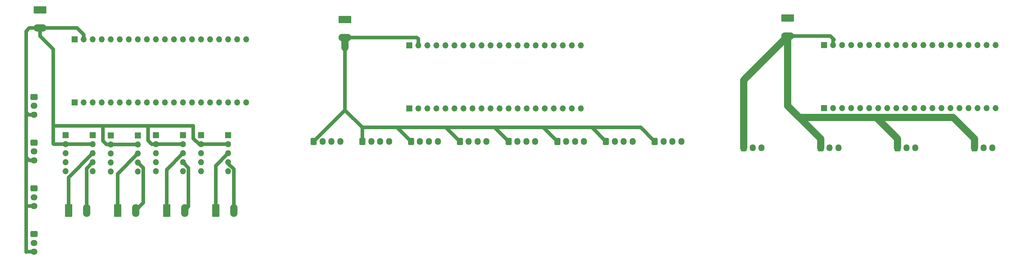
<source format=gtl>
G04 #@! TF.GenerationSoftware,KiCad,Pcbnew,7.0.2*
G04 #@! TF.CreationDate,2023-11-30T17:18:32+01:00*
G04 #@! TF.ProjectId,mhk,6d686b2e-6b69-4636-9164-5f7063625858,rev?*
G04 #@! TF.SameCoordinates,Original*
G04 #@! TF.FileFunction,Copper,L1,Top*
G04 #@! TF.FilePolarity,Positive*
%FSLAX46Y46*%
G04 Gerber Fmt 4.6, Leading zero omitted, Abs format (unit mm)*
G04 Created by KiCad (PCBNEW 7.0.2) date 2023-11-30 17:18:32*
%MOMM*%
%LPD*%
G01*
G04 APERTURE LIST*
G04 Aperture macros list*
%AMRoundRect*
0 Rectangle with rounded corners*
0 $1 Rounding radius*
0 $2 $3 $4 $5 $6 $7 $8 $9 X,Y pos of 4 corners*
0 Add a 4 corners polygon primitive as box body*
4,1,4,$2,$3,$4,$5,$6,$7,$8,$9,$2,$3,0*
0 Add four circle primitives for the rounded corners*
1,1,$1+$1,$2,$3*
1,1,$1+$1,$4,$5*
1,1,$1+$1,$6,$7*
1,1,$1+$1,$8,$9*
0 Add four rect primitives between the rounded corners*
20,1,$1+$1,$2,$3,$4,$5,0*
20,1,$1+$1,$4,$5,$6,$7,0*
20,1,$1+$1,$6,$7,$8,$9,0*
20,1,$1+$1,$8,$9,$2,$3,0*%
G04 Aperture macros list end*
G04 #@! TA.AperFunction,ComponentPad*
%ADD10RoundRect,0.250000X-0.600000X-0.725000X0.600000X-0.725000X0.600000X0.725000X-0.600000X0.725000X0*%
G04 #@! TD*
G04 #@! TA.AperFunction,ComponentPad*
%ADD11O,1.700000X1.950000*%
G04 #@! TD*
G04 #@! TA.AperFunction,ComponentPad*
%ADD12RoundRect,0.249999X-1.550001X0.790001X-1.550001X-0.790001X1.550001X-0.790001X1.550001X0.790001X0*%
G04 #@! TD*
G04 #@! TA.AperFunction,ComponentPad*
%ADD13O,3.600000X2.080000*%
G04 #@! TD*
G04 #@! TA.AperFunction,ComponentPad*
%ADD14RoundRect,0.250000X-0.725000X0.600000X-0.725000X-0.600000X0.725000X-0.600000X0.725000X0.600000X0*%
G04 #@! TD*
G04 #@! TA.AperFunction,ComponentPad*
%ADD15O,1.950000X1.700000*%
G04 #@! TD*
G04 #@! TA.AperFunction,ComponentPad*
%ADD16R,1.700000X1.700000*%
G04 #@! TD*
G04 #@! TA.AperFunction,ComponentPad*
%ADD17O,1.700000X1.700000*%
G04 #@! TD*
G04 #@! TA.AperFunction,ComponentPad*
%ADD18RoundRect,0.249999X-0.790001X-1.550001X0.790001X-1.550001X0.790001X1.550001X-0.790001X1.550001X0*%
G04 #@! TD*
G04 #@! TA.AperFunction,ComponentPad*
%ADD19O,2.080000X3.600000*%
G04 #@! TD*
G04 #@! TA.AperFunction,Conductor*
%ADD20C,2.000000*%
G04 #@! TD*
G04 #@! TA.AperFunction,Conductor*
%ADD21C,1.000000*%
G04 #@! TD*
G04 APERTURE END LIST*
D10*
X157294285Y-109220000D03*
D11*
X159794285Y-109220000D03*
X162294285Y-109220000D03*
X164794285Y-109220000D03*
D10*
X184702855Y-109220000D03*
D11*
X187202855Y-109220000D03*
X189702855Y-109220000D03*
X192202855Y-109220000D03*
D10*
X170998570Y-109220000D03*
D11*
X173498570Y-109220000D03*
X175998570Y-109220000D03*
X178498570Y-109220000D03*
D10*
X264570000Y-111000000D03*
D11*
X267070000Y-111000000D03*
X269570000Y-111000000D03*
D12*
X152410000Y-74850000D03*
D13*
X152410000Y-79930000D03*
D14*
X64882000Y-135320000D03*
D15*
X64882000Y-137820000D03*
X64882000Y-140320000D03*
D16*
X81442000Y-107486000D03*
D17*
X81442000Y-110026000D03*
X81442000Y-112566000D03*
X81442000Y-115106000D03*
X81442000Y-117646000D03*
D10*
X329500000Y-111000000D03*
D11*
X332000000Y-111000000D03*
X334500000Y-111000000D03*
D18*
X74632000Y-128660000D03*
D19*
X79712000Y-128660000D03*
D10*
X143590000Y-109220000D03*
D11*
X146090000Y-109220000D03*
X148590000Y-109220000D03*
X151090000Y-109220000D03*
D16*
X99222000Y-107486000D03*
D17*
X99222000Y-110026000D03*
X99222000Y-112566000D03*
X99222000Y-115106000D03*
X99222000Y-117646000D03*
D16*
X119542000Y-107486000D03*
D17*
X119542000Y-110026000D03*
X119542000Y-112566000D03*
X119542000Y-115106000D03*
X119542000Y-117646000D03*
D16*
X76362000Y-98210000D03*
D17*
X78902000Y-98210000D03*
X81442000Y-98210000D03*
X83982000Y-98210000D03*
X86522000Y-98210000D03*
X89062000Y-98210000D03*
X91602000Y-98210000D03*
X94142000Y-98210000D03*
X96682000Y-98210000D03*
X99222000Y-98210000D03*
X101762000Y-98210000D03*
X104302000Y-98210000D03*
X106842000Y-98210000D03*
X109382000Y-98210000D03*
X111922000Y-98210000D03*
X114462000Y-98210000D03*
X117002000Y-98210000D03*
X119542000Y-98210000D03*
X122082000Y-98210000D03*
X124622000Y-98210000D03*
D12*
X66642000Y-72150000D03*
D13*
X66642000Y-77230000D03*
D18*
X116042000Y-128660000D03*
D19*
X121122000Y-128660000D03*
D16*
X287190250Y-82032000D03*
D17*
X289730250Y-82032000D03*
X292270250Y-82032000D03*
X294810250Y-82032000D03*
X297350250Y-82032000D03*
X299890250Y-82032000D03*
X302430250Y-82032000D03*
X304970250Y-82032000D03*
X307510250Y-82032000D03*
X310050250Y-82032000D03*
X312590250Y-82032000D03*
X315130250Y-82032000D03*
X317670250Y-82032000D03*
X320210250Y-82032000D03*
X322750250Y-82032000D03*
X325290250Y-82032000D03*
X327830250Y-82032000D03*
X330370250Y-82032000D03*
X332910250Y-82032000D03*
X335450250Y-82032000D03*
D16*
X86522000Y-107541000D03*
D17*
X86522000Y-110081000D03*
X86522000Y-112621000D03*
X86522000Y-115161000D03*
X86522000Y-117701000D03*
D16*
X170480000Y-99880000D03*
D17*
X173020000Y-99880000D03*
X175560000Y-99880000D03*
X178100000Y-99880000D03*
X180640000Y-99880000D03*
X183180000Y-99880000D03*
X185720000Y-99880000D03*
X188260000Y-99880000D03*
X190800000Y-99880000D03*
X193340000Y-99880000D03*
X195880000Y-99880000D03*
X198420000Y-99880000D03*
X200960000Y-99880000D03*
X203500000Y-99880000D03*
X206040000Y-99880000D03*
X208580000Y-99880000D03*
X211120000Y-99880000D03*
X213660000Y-99880000D03*
X216200000Y-99880000D03*
X218740000Y-99880000D03*
D12*
X276957750Y-74422000D03*
D13*
X276957750Y-79502000D03*
D10*
X286213334Y-111000000D03*
D11*
X288713334Y-111000000D03*
X291213334Y-111000000D03*
D10*
X225815710Y-109220000D03*
D11*
X228315710Y-109220000D03*
X230815710Y-109220000D03*
X233315710Y-109220000D03*
D10*
X198407140Y-109220000D03*
D11*
X200907140Y-109220000D03*
X203407140Y-109220000D03*
X205907140Y-109220000D03*
D10*
X307856667Y-111000000D03*
D11*
X310356667Y-111000000D03*
X312856667Y-111000000D03*
D14*
X64882000Y-109546666D03*
D15*
X64882000Y-112046666D03*
X64882000Y-114546666D03*
D18*
X88435333Y-128660000D03*
D19*
X93515333Y-128660000D03*
D14*
X64882000Y-96660000D03*
D15*
X64882000Y-99160000D03*
X64882000Y-101660000D03*
D16*
X94142000Y-107541000D03*
D17*
X94142000Y-110081000D03*
X94142000Y-112621000D03*
X94142000Y-115161000D03*
X94142000Y-117701000D03*
D16*
X170480000Y-82100000D03*
D17*
X173020000Y-82100000D03*
X175560000Y-82100000D03*
X178100000Y-82100000D03*
X180640000Y-82100000D03*
X183180000Y-82100000D03*
X185720000Y-82100000D03*
X188260000Y-82100000D03*
X190800000Y-82100000D03*
X193340000Y-82100000D03*
X195880000Y-82100000D03*
X198420000Y-82100000D03*
X200960000Y-82100000D03*
X203500000Y-82100000D03*
X206040000Y-82100000D03*
X208580000Y-82100000D03*
X211120000Y-82100000D03*
X213660000Y-82100000D03*
X216200000Y-82100000D03*
X218740000Y-82100000D03*
D16*
X106842000Y-107486000D03*
D17*
X106842000Y-110026000D03*
X106842000Y-112566000D03*
X106842000Y-115106000D03*
X106842000Y-117646000D03*
D18*
X102238666Y-128660000D03*
D19*
X107318666Y-128660000D03*
D14*
X64882000Y-122433332D03*
D15*
X64882000Y-124933332D03*
X64882000Y-127433332D03*
D16*
X111922000Y-107486000D03*
D17*
X111922000Y-110026000D03*
X111922000Y-112566000D03*
X111922000Y-115106000D03*
X111922000Y-117646000D03*
D16*
X287180250Y-99812000D03*
D17*
X289720250Y-99812000D03*
X292260250Y-99812000D03*
X294800250Y-99812000D03*
X297340250Y-99812000D03*
X299880250Y-99812000D03*
X302420250Y-99812000D03*
X304960250Y-99812000D03*
X307500250Y-99812000D03*
X310040250Y-99812000D03*
X312580250Y-99812000D03*
X315120250Y-99812000D03*
X317660250Y-99812000D03*
X320200250Y-99812000D03*
X322740250Y-99812000D03*
X325280250Y-99812000D03*
X327820250Y-99812000D03*
X330360250Y-99812000D03*
X332900250Y-99812000D03*
X335440250Y-99812000D03*
D16*
X76362000Y-80430000D03*
D17*
X78902000Y-80430000D03*
X81442000Y-80430000D03*
X83982000Y-80430000D03*
X86522000Y-80430000D03*
X89062000Y-80430000D03*
X91602000Y-80430000D03*
X94142000Y-80430000D03*
X96682000Y-80430000D03*
X99222000Y-80430000D03*
X101762000Y-80430000D03*
X104302000Y-80430000D03*
X106842000Y-80430000D03*
X109382000Y-80430000D03*
X111922000Y-80430000D03*
X114462000Y-80430000D03*
X117002000Y-80430000D03*
X119542000Y-80430000D03*
X122082000Y-80430000D03*
X124622000Y-80430000D03*
D10*
X212111425Y-109220000D03*
D11*
X214611425Y-109220000D03*
X217111425Y-109220000D03*
X219611425Y-109220000D03*
D16*
X73822000Y-107486000D03*
D17*
X73822000Y-110026000D03*
X73822000Y-112566000D03*
X73822000Y-115106000D03*
X73822000Y-117646000D03*
D10*
X239520000Y-109220000D03*
D11*
X242020000Y-109220000D03*
X244520000Y-109220000D03*
X247020000Y-109220000D03*
D20*
X152410000Y-74850000D02*
X152480000Y-74850000D01*
X264530250Y-110960250D02*
X264530250Y-91929500D01*
D21*
X63372000Y-101660000D02*
X64882000Y-101660000D01*
X94142000Y-110081000D02*
X86522000Y-110081000D01*
X235584285Y-105284285D02*
X221879995Y-105284285D01*
D20*
X280234917Y-102473333D02*
X276957750Y-99196166D01*
D21*
X208175710Y-105284285D02*
X194471425Y-105284285D01*
X152410000Y-100000000D02*
X152410000Y-100400000D01*
D20*
X286213334Y-111000000D02*
X286213334Y-108451750D01*
D21*
X64882000Y-127433332D02*
X62928668Y-127433332D01*
X62702000Y-140360000D02*
X62702000Y-127660000D01*
X96992000Y-104800000D02*
X96992000Y-108998081D01*
X63602000Y-77230000D02*
X62702000Y-78130000D01*
X84292000Y-104800000D02*
X84292000Y-109053081D01*
X173020000Y-80310000D02*
X173020000Y-82100000D01*
X66642000Y-77230000D02*
X63602000Y-77230000D01*
D20*
X264530250Y-91929500D02*
X276957750Y-79502000D01*
D21*
X66642000Y-77230000D02*
X77042000Y-77230000D01*
X111362000Y-110026000D02*
X111922000Y-110026000D01*
X180767140Y-105284285D02*
X167062855Y-105284285D01*
X157294285Y-109220000D02*
X157294285Y-105284285D01*
X62702000Y-100990000D02*
X63372000Y-101660000D01*
X239520000Y-109220000D02*
X235584285Y-105284285D01*
X289984250Y-80532000D02*
X289730250Y-80786000D01*
X152410000Y-79930000D02*
X152410000Y-100400000D01*
X66642000Y-77230000D02*
X66642000Y-79530000D01*
X70322000Y-104800000D02*
X70322000Y-109880000D01*
X70468000Y-110026000D02*
X73822000Y-110026000D01*
X62742000Y-140320000D02*
X62702000Y-140360000D01*
X172640000Y-79930000D02*
X173020000Y-80310000D01*
D20*
X301878250Y-102473333D02*
X280234917Y-102473333D01*
D21*
X212111425Y-109220000D02*
X208175710Y-105284285D01*
D20*
X286213334Y-108451750D02*
X280234917Y-102473333D01*
D21*
X84292000Y-109053081D02*
X85319919Y-110081000D01*
X63558666Y-114546666D02*
X62702000Y-113690000D01*
X152410000Y-79930000D02*
X172640000Y-79930000D01*
X157294285Y-105284285D02*
X152410000Y-100400000D01*
X276957750Y-79502000D02*
X288954250Y-79502000D01*
X96992000Y-108998081D02*
X98019919Y-110026000D01*
X289730250Y-80786000D02*
X289730250Y-82032000D01*
D20*
X307856667Y-108451750D02*
X301878250Y-102473333D01*
X307856667Y-111000000D02*
X307856667Y-108451750D01*
D21*
X62702000Y-127660000D02*
X62702000Y-113690000D01*
X109692000Y-108356000D02*
X111362000Y-110026000D01*
X288954250Y-79502000D02*
X289984250Y-80532000D01*
X85319919Y-110081000D02*
X86522000Y-110081000D01*
D20*
X264570000Y-111000000D02*
X264530250Y-110960250D01*
D21*
X62702000Y-113690000D02*
X62702000Y-100990000D01*
X62702000Y-127660000D02*
X62928668Y-127433332D01*
D20*
X329500000Y-111000000D02*
X329500000Y-108451750D01*
D21*
X70322000Y-83210000D02*
X70322000Y-104800000D01*
X225815710Y-109220000D02*
X221879995Y-105284285D01*
D20*
X329500000Y-108451750D02*
X323521583Y-102473333D01*
D21*
X81442000Y-110026000D02*
X73822000Y-110026000D01*
D20*
X276957750Y-99196166D02*
X276957750Y-79502000D01*
D21*
X64882000Y-140320000D02*
X62742000Y-140320000D01*
X119542000Y-110026000D02*
X111922000Y-110026000D01*
X106842000Y-110026000D02*
X99222000Y-110026000D01*
X96992000Y-104800000D02*
X109692000Y-104800000D01*
X70322000Y-109880000D02*
X70468000Y-110026000D01*
X198407140Y-109220000D02*
X194471425Y-105284285D01*
X84292000Y-104800000D02*
X96992000Y-104800000D01*
X77042000Y-77230000D02*
X78902000Y-79090000D01*
X109692000Y-104800000D02*
X109692000Y-108356000D01*
D20*
X152410000Y-82790000D02*
X152410000Y-79930000D01*
D21*
X170998570Y-109220000D02*
X167062855Y-105284285D01*
X64882000Y-114546666D02*
X63558666Y-114546666D01*
X194471425Y-105284285D02*
X180767140Y-105284285D01*
X66642000Y-79530000D02*
X70322000Y-83210000D01*
X221879995Y-105284285D02*
X208175710Y-105284285D01*
X62702000Y-78130000D02*
X62702000Y-100990000D01*
X152410000Y-100400000D02*
X143590000Y-109220000D01*
X143510000Y-109640000D02*
X143500000Y-109650000D01*
D20*
X323521583Y-102473333D02*
X301878250Y-102473333D01*
D21*
X70322000Y-104800000D02*
X84292000Y-104800000D01*
X78902000Y-79090000D02*
X78902000Y-80430000D01*
X98019919Y-110026000D02*
X99222000Y-110026000D01*
X167062855Y-105284285D02*
X157294285Y-105284285D01*
X184702855Y-109220000D02*
X180767140Y-105284285D01*
X81442000Y-112566000D02*
X74632000Y-119376000D01*
X74632000Y-119376000D02*
X74632000Y-128660000D01*
X79712000Y-128660000D02*
X79712000Y-116836000D01*
X79712000Y-116836000D02*
X81442000Y-115106000D01*
X88435333Y-118327667D02*
X94142000Y-112621000D01*
X88435333Y-128660000D02*
X88435333Y-118327667D01*
X95692000Y-116711000D02*
X95692000Y-126483333D01*
X95692000Y-126483333D02*
X93515333Y-128660000D01*
X94142000Y-115161000D02*
X94142000Y-115270000D01*
X94142000Y-115161000D02*
X95692000Y-116711000D01*
X102238666Y-117169334D02*
X106842000Y-112566000D01*
X102238666Y-128660000D02*
X102238666Y-117169334D01*
X108392000Y-127586666D02*
X107318666Y-128660000D01*
X106842000Y-115106000D02*
X108392000Y-116656000D01*
X108392000Y-116656000D02*
X108392000Y-127586666D01*
X116042000Y-116066000D02*
X116042000Y-128660000D01*
X119542000Y-112566000D02*
X116042000Y-116066000D01*
X119542000Y-115453968D02*
X121122000Y-117033968D01*
X119542000Y-115106000D02*
X119542000Y-115453968D01*
X121122000Y-117033968D02*
X121122000Y-128660000D01*
M02*

</source>
